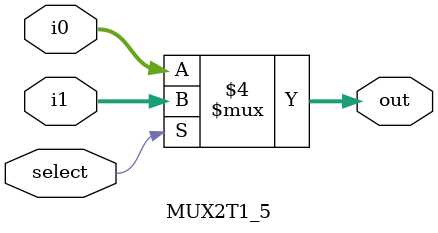
<source format=v>
`timescale 1ns / 1ps
module MUX2T1_5(i0, i1, out, select);
	input [4:0] i0;
	input [4:0] i1;
	output reg [4:0] out;
	input select;
	
	always @(i0 or i1 or select) begin
		if(select == 0) out = i0;
		else out = i1;
	end
endmodule

</source>
